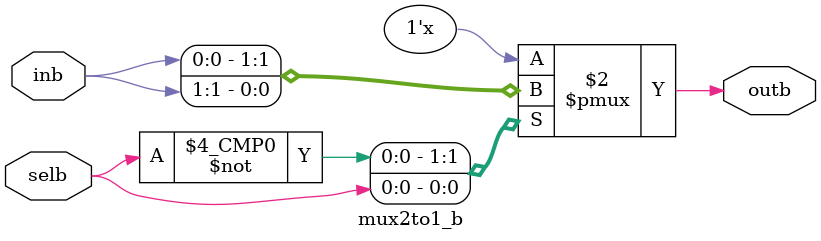
<source format=v>
`timescale 1ns / 1ps


module mux2to1_b(inb,selb,outb);
    input [1:0] inb ; input selb;
    output outb;
    reg outb;
    
    always @(inb or selb)
    case(selb)
        0:outb = inb[0];
        1:outb = inb[1];
        default : outb = 1'bx;
     endcase
endmodule

</source>
